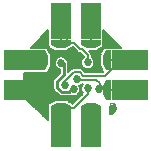
<source format=gbr>
G04 DipTrace 3.0.0.2*
G04 Bottom.gbr*
%MOIN*%
G04 #@! TF.FileFunction,Copper,L2,Bot*
G04 #@! TF.Part,Single*
%AMOUTLINE0*
4,1,6,
-0.003839,0.033465,
0.014469,0.033465,
0.014469,-0.033465,
-0.003839,-0.033465,
-0.014469,-0.012795,
-0.014469,0.012795,
-0.003839,0.033465,
0*%
%AMOUTLINE3*
4,1,6,
-0.00374,0.033465,
0.01437,0.033465,
0.01437,-0.033465,
-0.00374,-0.033465,
-0.01437,-0.012795,
-0.01437,0.012795,
-0.00374,0.033465,
0*%
%AMOUTLINE6*
4,1,6,
0.033465,0.003839,
0.033465,-0.014469,
-0.033465,-0.014469,
-0.033465,0.003839,
-0.012795,0.014469,
0.012795,0.014469,
0.033465,0.003839,
0*%
%AMOUTLINE15*
4,1,6,
-0.033465,-0.003839,
-0.033465,0.014469,
0.033465,0.014469,
0.033465,-0.003839,
0.012795,-0.014469,
-0.012795,-0.014469,
-0.033465,-0.003839,
0*%
%AMOUTLINE18*
4,1,6,
0.003839,-0.033465,
-0.014469,-0.033465,
-0.014469,0.033465,
0.003839,0.033465,
0.014469,0.012795,
0.014469,-0.012795,
0.003839,-0.033465,
0*%
%AMOUTLINE21*
4,1,35,
-0.01245,-0.021726,
-0.00495,-0.020573,
0.00085,-0.018223,
0.00455,-0.015223,
0.00755,-0.012223,
0.01005,-0.007793,
0.01105,-0.005223,
0.01185,-0.001474,
0.012249,0.000526,
0.01245,0.003777,
0.01155,0.006327,
0.01005,0.007827,
0.00905,0.008827,
0.00855,0.011344,
0.008749,0.012344,
0.009337,0.014344,
0.01055,0.015425,
0.007337,0.019327,
0.004337,0.017344,
0.003636,0.017344,
0.002219,0.020827,
0.00005,0.021327,
-0.00395,0.021726,
0.000249,0.011777,
0.000249,0.010526,
-0.00005,0.008827,
-0.00095,0.008425,
-0.00295,0.009226,
-0.00545,0.013777,
-0.00824,0.020526,
-0.01024,0.019526,
-0.012379,0.017026,
-0.00945,0.009526,
-0.01095,0.009777,
-0.01245,0.009777,
-0.01245,-0.021726,
0*%
G04 #@! TA.AperFunction,Conductor*
%ADD13C,0.008*%
%ADD14C,0.01*%
G04 #@! TA.AperFunction,CopperBalancing*
%ADD15C,0.006*%
G04 #@! TA.AperFunction,ComponentPad*
%ADD19R,0.062992X0.066929*%
%ADD20R,0.08X0.066929*%
%ADD21R,0.066929X0.062992*%
%ADD22R,0.066929X0.08*%
%ADD31R,0.07874X0.066929*%
%ADD32R,0.066929X0.07874*%
G04 #@! TA.AperFunction,ViaPad*
%ADD33C,0.027*%
%ADD63OUTLINE0*%
%ADD66OUTLINE3*%
%ADD69OUTLINE6*%
%ADD78OUTLINE15*%
%ADD81OUTLINE18*%
%ADD84OUTLINE21*%
%FSLAX26Y26*%
G04*
G70*
G90*
G75*
G01*
G04 Bottom*
%LPD*%
X344232Y290000D2*
D13*
X390000D1*
X204113Y209570D2*
Y220555D1*
X234133Y250575D1*
X254102D1*
X265080Y239597D1*
X339597D1*
X390000Y290000D1*
X135768Y190000D2*
X90000D1*
X306891Y263234D2*
Y253986D1*
X270660D1*
X257970Y266676D1*
X230289D1*
X223822Y273143D1*
Y293867D1*
X223059D1*
X90000Y190000D2*
X115808D1*
X166845Y241037D1*
Y290306D1*
X182664Y306125D1*
X207959D1*
X220217Y293867D1*
X223059D1*
X233049Y193639D2*
D14*
X224921D1*
X216310Y185028D1*
X193928D1*
X179522Y199433D1*
Y220563D1*
X200608Y241648D1*
Y279836D1*
X199554Y280890D1*
X192396D1*
X290000Y344232D2*
D15*
Y390000D1*
X280358Y283075D2*
D13*
Y306909D1*
X260004Y327264D1*
X254853D1*
X235638Y346479D1*
X212871D1*
Y367129D1*
X190000Y390000D1*
Y344232D2*
Y390000D1*
X344134Y190000D2*
X390000D1*
X244000Y226986D2*
Y225495D1*
X308759D1*
X320146Y214108D1*
Y208609D1*
X338755Y190000D1*
X344134D1*
X318467Y196273D2*
X320146D1*
Y208609D1*
X280482Y196888D2*
Y177722D1*
X233928Y131168D1*
X194600D1*
X190000Y135768D1*
Y90000D1*
X290000Y135768D2*
D15*
Y90000D1*
X135768Y290000D2*
X90000D1*
D33*
X280358Y283075D3*
X280482Y196888D3*
X244000Y226986D3*
X204113Y209570D3*
X233049Y193639D3*
X223059Y293867D3*
X192396Y280890D3*
X306891Y263234D3*
X318467Y196273D3*
X139756Y381672D2*
D15*
X146713D1*
X333256D2*
X340213D1*
X133850Y375803D2*
X146713D1*
X333256D2*
X346118D1*
X128037Y369934D2*
X146713D1*
X333256D2*
X351932D1*
X122131Y364066D2*
X146713D1*
X333256D2*
X357837D1*
X116224Y358197D2*
X146713D1*
X333256D2*
X363744D1*
X110412Y352328D2*
X146713D1*
X333256D2*
X369556D1*
X104507Y346459D2*
X146713D1*
X333256D2*
X375462D1*
X98694Y340591D2*
X146713D1*
X333256D2*
X381274D1*
X92787Y334722D2*
X148681D1*
X331381D2*
X387181D1*
X147724Y328853D2*
X158244D1*
X221787D2*
X233993D1*
X321819D2*
X332337D1*
X150819Y322984D2*
X169588D1*
X210350D2*
X239806D1*
X310381D2*
X329150D1*
X153819Y317115D2*
X245806D1*
X289475D2*
X326150D1*
X156819Y311247D2*
X256681D1*
X293412D2*
X323150D1*
X159724Y305378D2*
X262588D1*
X294163D2*
X320337D1*
X160100Y299509D2*
X178774D1*
X206037D2*
X264088D1*
X296694D2*
X319962D1*
X160100Y293640D2*
X172962D1*
X211850D2*
X259681D1*
X301100D2*
X319962D1*
X160100Y287772D2*
X170150D1*
X214663D2*
X257525D1*
X303163D2*
X319962D1*
X160100Y281903D2*
X169118D1*
X215694D2*
X257056D1*
X303631D2*
X319962D1*
X160007Y276034D2*
X169588D1*
X215412D2*
X258181D1*
X302600D2*
X320056D1*
X157568Y270165D2*
X171744D1*
X215412D2*
X261088D1*
X299694D2*
X322400D1*
X154568Y264297D2*
X176244D1*
X215412D2*
X266993D1*
X293787D2*
X325400D1*
X151568Y258428D2*
X185806D1*
X215412D2*
X222650D1*
X265568D2*
X328400D1*
X148568Y252559D2*
X185806D1*
X69584Y246690D2*
X184962D1*
X69584Y240822D2*
X179056D1*
X69584Y234953D2*
X173150D1*
X69584Y229084D2*
X167525D1*
X69584Y223215D2*
X164900D1*
X69584Y217346D2*
X164713D1*
X69584Y211478D2*
X164713D1*
X69584Y205609D2*
X164713D1*
X253007D2*
X258932D1*
X69584Y199740D2*
X164713D1*
X69584Y193871D2*
X165837D1*
X69584Y188003D2*
X170244D1*
X255631D2*
X258990D1*
X69584Y182134D2*
X176056D1*
X253287D2*
X262588D1*
X69584Y176265D2*
X181962D1*
X248319D2*
X259681D1*
X69584Y170396D2*
X253869D1*
X73568Y164528D2*
X247962D1*
X79381Y158659D2*
X172869D1*
X207163D2*
X242150D1*
X85287Y152790D2*
X161432D1*
X218600D2*
X236244D1*
X91194Y146921D2*
X150274D1*
X97007Y141052D2*
X146806D1*
X102912Y135184D2*
X146713D1*
X108724Y129315D2*
X146713D1*
X114631Y123446D2*
X146713D1*
X120537Y117577D2*
X146713D1*
X126350Y111709D2*
X146713D1*
X132256Y105840D2*
X146713D1*
X138068Y99971D2*
X146713D1*
X361264Y332705D2*
X389858D1*
X332676Y389835D1*
X332705Y349264D1*
Y340394D1*
X332222Y337446D1*
X330824Y334807D1*
X328572Y332711D1*
X325022Y330804D1*
X307021Y321547D1*
X304085Y320629D1*
X299795Y320524D1*
X285451D1*
X289720Y316272D1*
X291584Y313929D1*
X292874Y311227D1*
X293524Y308213D1*
X293598Y306909D1*
Y301566D1*
X297115Y298446D1*
X298992Y296109D1*
X300545Y293545D1*
X301747Y290798D1*
X302576Y287917D1*
X303098Y283075D1*
X302900Y280084D1*
X302311Y277144D1*
X301340Y274308D1*
X300005Y271625D1*
X298328Y269139D1*
X296339Y266896D1*
X294072Y264934D1*
X291566Y263289D1*
X288866Y261987D1*
X286018Y261050D1*
X283072Y260497D1*
X280079Y260336D1*
X277089Y260571D1*
X274157Y261197D1*
X271333Y262202D1*
X268667Y263571D1*
X266202Y265278D1*
X263984Y267295D1*
X262051Y269587D1*
X260436Y272112D1*
X259167Y274827D1*
X258266Y277686D1*
X257749Y280639D1*
X257625Y283635D1*
X257896Y286621D1*
X258558Y289545D1*
X259598Y292356D1*
X261000Y295007D1*
X262738Y297449D1*
X264781Y299642D1*
X267024Y301487D1*
X254490Y314054D1*
X253054Y314147D1*
X250154Y314886D1*
X247492Y316259D1*
X243369Y320024D1*
X230177Y333215D1*
X229357Y333239D1*
X225022Y330804D1*
X207021Y321547D1*
X204085Y320629D1*
X199795Y320524D1*
X177205D1*
X174175Y321050D1*
X170311Y322919D1*
X152310Y332177D1*
X149909Y333954D1*
X148201Y336404D1*
X147367Y339365D1*
X147295Y343394D1*
Y389858D1*
X90165Y332676D1*
X130736Y332705D1*
X139606D1*
X142554Y332222D1*
X145193Y330824D1*
X147289Y328572D1*
X149196Y325022D1*
X158453Y307021D1*
X159371Y304085D1*
X159476Y299795D1*
Y277205D1*
X158950Y274175D1*
X157081Y270311D1*
X147823Y252310D1*
X146046Y249909D1*
X143596Y248201D1*
X140635Y247367D1*
X136606Y247295D1*
X68955D1*
X68984Y168507D1*
X147324Y90165D1*
X147295Y130736D1*
Y139606D1*
X147778Y142554D1*
X149176Y145193D1*
X151428Y147289D1*
X154978Y149196D1*
X172979Y158453D1*
X175915Y159371D1*
X180205Y159476D1*
X202795D1*
X205825Y158950D1*
X209689Y157081D1*
X227690Y147823D1*
X230144Y145970D1*
X229491Y146591D1*
X230930Y146894D1*
X264672Y180636D1*
X262175Y183399D1*
X260559Y185925D1*
X259290Y188640D1*
X258390Y191500D1*
X257873Y194453D1*
X257748Y197449D1*
X258020Y200434D1*
X258681Y203358D1*
X259722Y206169D1*
X261123Y208819D1*
X263819Y212290D1*
X259980Y210807D1*
X257714Y208845D1*
X255209Y207199D1*
X252241Y205810D1*
X254437Y201362D1*
X255266Y198482D1*
X255789Y193639D1*
X255591Y190648D1*
X255001Y187709D1*
X254030Y184873D1*
X252696Y182189D1*
X251018Y179703D1*
X249029Y177461D1*
X246762Y175499D1*
X244256Y173853D1*
X241556Y172551D1*
X238709Y171614D1*
X235762Y171062D1*
X232769Y170900D1*
X229780Y171135D1*
X226848Y171761D1*
X223774Y172895D1*
X221892Y171928D1*
X219029Y171050D1*
X213310Y170787D1*
X193928D1*
X190950Y171102D1*
X188104Y172033D1*
X185967Y173220D1*
X181738Y177080D1*
X169453Y189364D1*
X167570Y191692D1*
X166215Y194362D1*
X165545Y196714D1*
X165282Y202433D1*
Y220563D1*
X165597Y223541D1*
X166528Y226387D1*
X167715Y228524D1*
X171575Y232753D1*
X186367Y247648D1*
Y258992D1*
X183371Y260017D1*
X180705Y261386D1*
X178240Y263093D1*
X176022Y265110D1*
X174089Y267402D1*
X172474Y269927D1*
X171205Y272643D1*
X170304Y275501D1*
X169787Y278455D1*
X169663Y281450D1*
X169934Y284436D1*
X170596Y287360D1*
X171636Y290171D1*
X173038Y292822D1*
X174776Y295264D1*
X176819Y297457D1*
X179134Y299362D1*
X181680Y300946D1*
X184411Y302181D1*
X187281Y303047D1*
X190240Y303528D1*
X193236Y303614D1*
X196218Y303307D1*
X199134Y302609D1*
X201932Y301534D1*
X204566Y300100D1*
X206987Y298332D1*
X209154Y296261D1*
X211030Y293924D1*
X212583Y291360D1*
X213785Y288613D1*
X214614Y285732D1*
X215136Y280890D1*
X214846Y276837D1*
Y249930D1*
X224770Y259937D1*
X227113Y261802D1*
X229815Y263092D1*
X232831Y263740D1*
X234133Y263815D1*
X254102D1*
X257076Y263476D1*
X259899Y262479D1*
X262491Y260806D1*
X263465Y259937D1*
X270558Y252844D1*
X331924Y252837D1*
X321547Y272979D1*
X320629Y275915D1*
X320524Y280205D1*
Y302795D1*
X321050Y305825D1*
X322919Y309689D1*
X332177Y327690D1*
X333954Y330091D1*
X336404Y331799D1*
X339365Y332633D1*
X343394Y332705D1*
X361264D1*
D19*
X390000Y190000D3*
Y290000D3*
D20*
X440000Y190000D3*
Y290000D3*
D63*
X344232D3*
D66*
X344134Y190000D3*
D21*
X290000Y90000D3*
X190000D3*
D69*
Y135768D3*
X290000D3*
D22*
Y40000D3*
X190000D3*
D21*
Y390000D3*
X290000D3*
D78*
Y344232D3*
X190000D3*
D22*
Y440000D3*
X290000D3*
D19*
X90000Y190000D3*
Y290000D3*
D81*
X135768D3*
Y190000D3*
D20*
X40000D3*
Y290000D3*
D84*
X364734Y127794D3*
D31*
X79370Y290000D3*
Y190000D3*
D32*
X290000Y400630D3*
X190000D3*
D31*
X400630Y290000D3*
Y190000D3*
D32*
X190000Y79370D3*
X290000D3*
M02*

</source>
